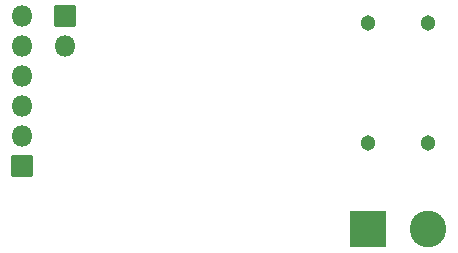
<source format=gbr>
G04 #@! TF.GenerationSoftware,KiCad,Pcbnew,(6.0.2)*
G04 #@! TF.CreationDate,2022-07-04T11:46:19+05:00*
G04 #@! TF.ProjectId,18bit-DIT,31386269-742d-4444-9954-2e6b69636164,rev?*
G04 #@! TF.SameCoordinates,Original*
G04 #@! TF.FileFunction,Soldermask,Bot*
G04 #@! TF.FilePolarity,Negative*
%FSLAX46Y46*%
G04 Gerber Fmt 4.6, Leading zero omitted, Abs format (unit mm)*
G04 Created by KiCad (PCBNEW (6.0.2)) date 2022-07-04 11:46:19*
%MOMM*%
%LPD*%
G01*
G04 APERTURE LIST*
G04 Aperture macros list*
%AMRoundRect*
0 Rectangle with rounded corners*
0 $1 Rounding radius*
0 $2 $3 $4 $5 $6 $7 $8 $9 X,Y pos of 4 corners*
0 Add a 4 corners polygon primitive as box body*
4,1,4,$2,$3,$4,$5,$6,$7,$8,$9,$2,$3,0*
0 Add four circle primitives for the rounded corners*
1,1,$1+$1,$2,$3*
1,1,$1+$1,$4,$5*
1,1,$1+$1,$6,$7*
1,1,$1+$1,$8,$9*
0 Add four rect primitives between the rounded corners*
20,1,$1+$1,$2,$3,$4,$5,0*
20,1,$1+$1,$4,$5,$6,$7,0*
20,1,$1+$1,$6,$7,$8,$9,0*
20,1,$1+$1,$8,$9,$2,$3,0*%
G04 Aperture macros list end*
%ADD10RoundRect,0.051000X0.850000X0.850000X-0.850000X0.850000X-0.850000X-0.850000X0.850000X-0.850000X0*%
%ADD11O,1.802000X1.802000*%
%ADD12RoundRect,0.051000X-1.500000X-1.500000X1.500000X-1.500000X1.500000X1.500000X-1.500000X1.500000X0*%
%ADD13C,3.102000*%
%ADD14C,1.302000*%
%ADD15RoundRect,0.051000X-0.850000X-0.850000X0.850000X-0.850000X0.850000X0.850000X-0.850000X0.850000X0*%
G04 APERTURE END LIST*
D10*
X126746000Y-67818000D03*
D11*
X126746000Y-65278000D03*
X126746000Y-62738000D03*
X126746000Y-60198000D03*
X126746000Y-57658000D03*
X126746000Y-55118000D03*
D12*
X156120000Y-73080000D03*
D13*
X161200000Y-73080000D03*
D14*
X156060000Y-55650000D03*
X161140000Y-55650000D03*
X156060000Y-65810000D03*
X161140000Y-65810000D03*
D15*
X130410000Y-55110000D03*
D11*
X130410000Y-57650000D03*
M02*

</source>
